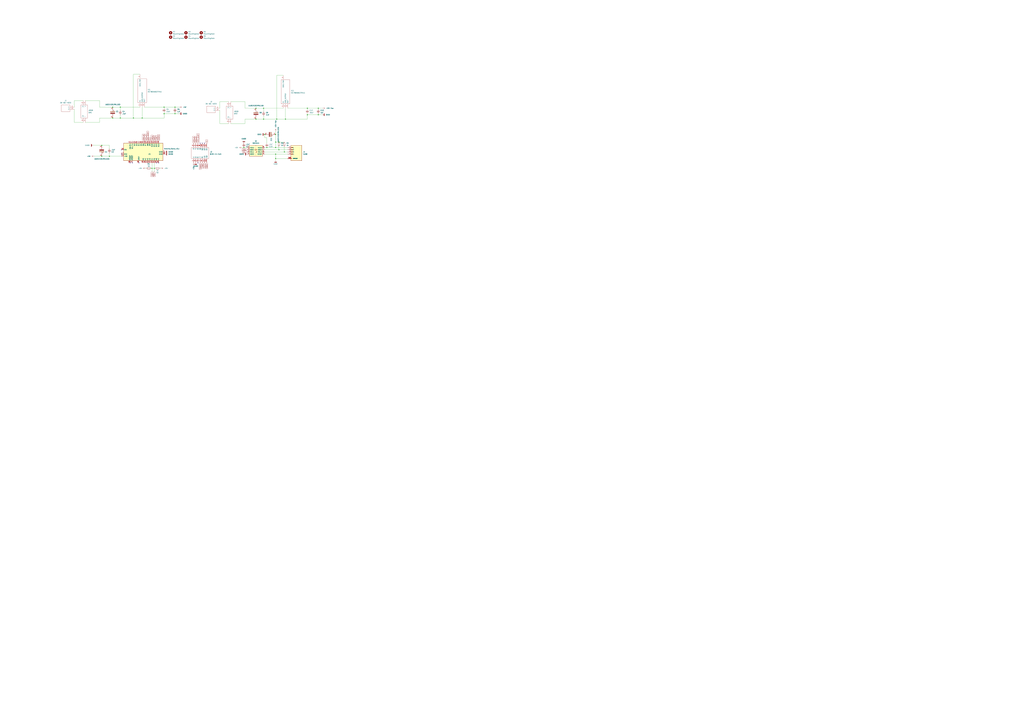
<source format=kicad_sch>
(kicad_sch (version 20231120) (generator "eeschema") (generator_version "8.0")
  (paper "A0")
  (lib_symbols
    (symbol "Device:C_Small" (pin_numbers hide) (pin_names (offset 0.254) hide)
      (property "Reference" "C" (at 0.254 1.778 0))
      (property "Value" "C_Small" (at 0.254 -2.032 0))
      (symbol "C_Small_0_1"
        (polyline (pts (xy -1.524 -0.508) (xy 1.524 -0.508)) (stroke (width 0.3302)))
        (polyline (pts (xy -1.524 0.508) (xy 1.524 0.508)) (stroke (width 0.3048)))
      )
      (symbol "C_Small_1_1"
        (pin passive line (at 0 2.54 270) (length 2.032) (name "~") (number "1"))
        (pin passive line (at 0 -2.54 90) (length 2.032) (name "~") (number "2"))
      )
    )
    (symbol "Device:R_Small" (pin_numbers hide) (pin_names (offset 0.254) hide)
      (property "Reference" "R" (at 0.762 0.508 0))
      (property "Value" "R_Small" (at 0.762 -1.016 0))
      (symbol "R_Small_0_1"
        (rectangle (start -0.762 1.778) (end 0.762 -1.778) (stroke (width 0.2032)))
      )
      (symbol "R_Small_1_1"
        (pin passive line (at 0 2.54 270) (length 0.762) (name "~") (number "1"))
        (pin passive line (at 0 -2.54 90) (length 0.762) (name "~") (number "2"))
      )
    )
    (symbol "Isolator:ISO1541"
      (property "Reference" "U" (at -6.35 6.35 0))
      (property "Value" "ISO1541" (at 3.81 6.35 0))
      (symbol "ISO1541_0_1"
        (rectangle (start -7.62 5.08) (end 7.62 -7.62) (stroke (width 0.254)) (fill (type background)))
        (rectangle (start 0 -5.08) (end 0 -6.35))
        (polyline (pts (xy 0 -2.54) (xy 0 -3.81)))
        (polyline (pts (xy 0 0) (xy 0 -1.27)))
        (polyline (pts (xy 0 2.54) (xy 0 1.27)))
        (polyline (pts (xy 0 5.08) (xy 0 3.81)))
        (polyline (pts (xy -0.635 0.635) (xy -1.27 0) (xy -0.635 -0.635) (xy -0.635 0.635)) (fill (type outline)))
        (polyline (pts (xy 0.635 -1.905) (xy 1.27 -2.54) (xy 0.635 -3.175) (xy 0.635 -1.905)) (fill (type outline)))
        (polyline (pts (xy 0.635 0.635) (xy 1.27 0) (xy 0.635 -0.635) (xy 0.635 0.635)) (fill (type outline)))
      )
      (symbol "ISO1541_1_1"
        (pin power_in line (at -10.16 2.54 0) (length 2.54) (name "VCC1") (number "1"))
        (pin bidirectional line (at -10.16 0 0) (length 2.54) (name "SDA1") (number "2"))
        (pin input line (at -10.16 -2.54 0) (length 2.54) (name "SCL1") (number "3"))
        (pin power_in line (at -10.16 -5.08 0) (length 2.54) (name "GND1") (number "4"))
        (pin power_in line (at 10.16 -5.08 180) (length 2.54) (name "GND2") (number "5"))
        (pin output line (at 10.16 -2.54 180) (length 2.54) (name "SCL2") (number "6"))
        (pin bidirectional line (at 10.16 0 180) (length 2.54) (name "SDA2") (number "7"))
        (pin power_in line (at 10.16 2.54 180) (length 2.54) (name "VCC2") (number "8"))
      )
    )
    (symbol "MCU_Module:Arduino_Nano_v3.x"
      (property "Reference" "A" (at -10.16 23.495 0))
      (property "Value" "Arduino_Nano_v3.x" (at 5.08 -24.13 0))
      (symbol "Arduino_Nano_v3.x_0_1"
        (rectangle (start -10.16 22.86) (end 10.16 -22.86) (stroke (width 0.254)) (fill (type background)))
      )
      (symbol "Arduino_Nano_v3.x_1_1"
        (pin bidirectional line (at -12.7 12.7 0) (length 2.54) (name "D1/TX") (number "1"))
        (pin bidirectional line (at -12.7 -2.54 0) (length 2.54) (name "D7") (number "10"))
        (pin bidirectional line (at -12.7 -5.08 0) (length 2.54) (name "D8") (number "11"))
        (pin bidirectional line (at -12.7 -7.62 0) (length 2.54) (name "D9") (number "12"))
        (pin bidirectional line (at -12.7 -10.16 0) (length 2.54) (name "D10") (number "13"))
        (pin bidirectional line (at -12.7 -12.7 0) (length 2.54) (name "D11") (number "14"))
        (pin bidirectional line (at -12.7 -15.24 0) (length 2.54) (name "D12") (number "15"))
        (pin bidirectional line (at -12.7 -17.78 0) (length 2.54) (name "D13") (number "16"))
        (pin power_out line (at 2.54 25.4 270) (length 2.54) (name "3V3") (number "17"))
        (pin input line (at 12.7 5.08 180) (length 2.54) (name "AREF") (number "18"))
        (pin bidirectional line (at 12.7 0 180) (length 2.54) (name "A0") (number "19"))
        (pin bidirectional line (at -12.7 15.24 0) (length 2.54) (name "D0/RX") (number "2"))
        (pin bidirectional line (at 12.7 -2.54 180) (length 2.54) (name "A1") (number "20"))
        (pin bidirectional line (at 12.7 -5.08 180) (length 2.54) (name "A2") (number "21"))
        (pin bidirectional line (at 12.7 -7.62 180) (length 2.54) (name "A3") (number "22"))
        (pin bidirectional line (at 12.7 -10.16 180) (length 2.54) (name "A4") (number "23"))
        (pin bidirectional line (at 12.7 -12.7 180) (length 2.54) (name "A5") (number "24"))
        (pin bidirectional line (at 12.7 -15.24 180) (length 2.54) (name "A6") (number "25"))
        (pin bidirectional line (at 12.7 -17.78 180) (length 2.54) (name "A7") (number "26"))
        (pin power_out line (at 5.08 25.4 270) (length 2.54) (name "+5V") (number "27"))
        (pin input line (at 12.7 15.24 180) (length 2.54) (name "~{RESET}") (number "28"))
        (pin power_in line (at 2.54 -25.4 90) (length 2.54) (name "GND") (number "29"))
        (pin input line (at 12.7 12.7 180) (length 2.54) (name "~{RESET}") (number "3"))
        (pin power_in line (at -2.54 25.4 270) (length 2.54) (name "VIN") (number "30"))
        (pin power_in line (at 0 -25.4 90) (length 2.54) (name "GND") (number "4"))
        (pin bidirectional line (at -12.7 10.16 0) (length 2.54) (name "D2") (number "5"))
        (pin bidirectional line (at -12.7 7.62 0) (length 2.54) (name "D3") (number "6"))
        (pin bidirectional line (at -12.7 5.08 0) (length 2.54) (name "D4") (number "7"))
        (pin bidirectional line (at -12.7 2.54 0) (length 2.54) (name "D5") (number "8"))
        (pin bidirectional line (at -12.7 0 0) (length 2.54) (name "D6") (number "9"))
      )
    )
    (symbol "Mechanical:MountingHole" (pin_names (offset 1.016)) (exclude_from_sim yes) (in_bom no)
      (property "Reference" "H" (at 0 5.08 0))
      (property "Value" "MountingHole" (at 0 3.175 0))
      (symbol "MountingHole_0_1"
        (circle (center 0 0) (radius 1.27) (stroke (width 1.27)))
      )
    )
    (symbol "Samacsys:26-60-4023" (pin_names (offset 0.762))
      (property "Reference" "J" (at 16.51 7.62 0))
      (property "Value" "26-60-4023" (at 16.51 5.08 0))
      (symbol "26-60-4023_0_0"
        (pin passive line (at 0 -2.54 0) (length 5.08) (name "1") (number "1"))
        (pin passive line (at 0 0 0) (length 5.08) (name "2") (number "2"))
      )
      (symbol "26-60-4023_0_1"
        (polyline (pts (xy 5.08 2.54) (xy 15.24 2.54) (xy 15.24 -5.08) (xy 5.08 -5.08) (xy 5.08 2.54)) (stroke (width 0.1524)))
      )
    )
    (symbol "Samacsys:ABS8" (pin_names (offset 0.762))
      (property "Reference" "BR" (at 21.59 7.62 0))
      (property "Value" "ABS8" (at 21.59 5.08 0))
      (symbol "ABS8_0_0"
        (pin passive line (at 25.4 0 180) (length 5.08) (name "+") (number "1"))
        (pin passive line (at 25.4 -2.54 180) (length 5.08) (name "~{_1}") (number "2"))
        (pin passive line (at 0 -2.54 0) (length 5.08) (name "~{_2}") (number "3"))
        (pin passive line (at 0 0 0) (length 5.08) (name "-") (number "4"))
      )
      (symbol "ABS8_0_1"
        (polyline (pts (xy 5.08 2.54) (xy 20.32 2.54) (xy 20.32 -5.08) (xy 5.08 -5.08) (xy 5.08 2.54)) (stroke (width 0.1524)))
      )
    )
    (symbol "Samacsys:BHR-14-VUA" (pin_names (offset 0.762))
      (property "Reference" "J" (at 19.05 7.62 0))
      (property "Value" "BHR-14-VUA" (at 19.05 5.08 0))
      (symbol "BHR-14-VUA_0_0"
        (pin passive line (at 0 0 0) (length 5.08) (name "1") (number "1"))
        (pin passive line (at 22.86 -10.16 180) (length 5.08) (name "10") (number "10"))
        (pin passive line (at 0 -12.7 0) (length 5.08) (name "11") (number "11"))
        (pin passive line (at 22.86 -12.7 180) (length 5.08) (name "12") (number "12"))
        (pin passive line (at 0 -15.24 0) (length 5.08) (name "13") (number "13"))
        (pin passive line (at 22.86 -15.24 180) (length 5.08) (name "14") (number "14"))
        (pin passive line (at 22.86 0 180) (length 5.08) (name "2") (number "2"))
        (pin passive line (at 0 -2.54 0) (length 5.08) (name "3") (number "3"))
        (pin passive line (at 22.86 -2.54 180) (length 5.08) (name "4") (number "4"))
        (pin passive line (at 0 -5.08 0) (length 5.08) (name "5") (number "5"))
        (pin passive line (at 22.86 -5.08 180) (length 5.08) (name "6") (number "6"))
        (pin passive line (at 0 -7.62 0) (length 5.08) (name "7") (number "7"))
        (pin passive line (at 22.86 -7.62 180) (length 5.08) (name "8") (number "8"))
        (pin passive line (at 0 -10.16 0) (length 5.08) (name "9") (number "9"))
      )
      (symbol "BHR-14-VUA_0_1"
        (polyline (pts (xy 5.08 2.54) (xy 17.78 2.54) (xy 17.78 -17.78) (xy 5.08 -17.78) (xy 5.08 2.54)) (stroke (width 0.1524)))
      )
    )
    (symbol "Samacsys:MC7805BD2TR4G" (pin_names (offset 0.762))
      (property "Reference" "IC" (at 34.29 7.62 0))
      (property "Value" "MC7805BD2TR4G" (at 34.29 5.08 0))
      (symbol "MC7805BD2TR4G_0_0"
        (pin input line (at 0 0 0) (length 5.08) (name "IN") (number "1"))
        (pin power_in line (at 0 -2.54 0) (length 5.08) (name "GND_NOPAD") (number "2"))
        (pin output line (at 0 -5.08 0) (length 5.08) (name "OUT") (number "3"))
        (pin power_in line (at 38.1 0 180) (length 5.08) (name "GND_TAB") (number "4"))
      )
      (symbol "MC7805BD2TR4G_0_1"
        (polyline (pts (xy 5.08 2.54) (xy 33.02 2.54) (xy 33.02 -7.62) (xy 5.08 -7.62) (xy 5.08 2.54)) (stroke (width 0.1524)))
      )
    )
    (symbol "Samacsys_kicad_sym:UUD1V101MNL1GS" (pin_names hide)
      (property "Reference" "C" (at 8.89 6.35 0))
      (property "Value" "UUD1V101MNL1GS" (at 8.89 3.81 0))
      (symbol "UUD1V101MNL1GS_1_1"
        (polyline (pts (xy 2.54 0) (xy 5.08 0)) (stroke (width 0.254)))
        (polyline (pts (xy 4.064 1.778) (xy 4.064 0.762)) (stroke (width 0.254)))
        (polyline (pts (xy 4.572 1.27) (xy 3.556 1.27)) (stroke (width 0.254)))
        (polyline (pts (xy 7.62 0) (xy 10.16 0)) (stroke (width 0.254)))
        (polyline (pts (xy 7.62 2.54) (xy 7.62 -2.54) (xy 6.858 -2.54) (xy 6.858 2.54) (xy 7.62 2.54)) (stroke (width 0.254)) (fill (type outline)))
        (rectangle (start 5.08 2.54) (end 5.842 -2.54) (stroke (width 0.254)) (fill (type background)))
        (pin passive line (at 0 0 0) (length 2.54) (name "+") (number "1"))
        (pin passive line (at 12.7 0 180) (length 2.54) (name "-") (number "2"))
      )
    )
    (symbol "Snapeda_kicad_sym:4328" (pin_names (offset 1.016))
      (property "Reference" "J" (at -6.35 11.43 0))
      (property "Value" "4328" (at -6.604 -10.414 0))
      (symbol "4328_0_0"
        (rectangle (start -6.35 -7.62) (end 6.35 10.16) (stroke (width 0.254)) (fill (type background)))
        (rectangle (start -5.715 -0.3175) (end -4.1275 0.3175) (stroke (width 0.1)) (fill (type outline)))
        (rectangle (start -5.715 2.2225) (end -4.1275 2.8575) (stroke (width 0.1)) (fill (type outline)))
        (rectangle (start -5.715 4.7625) (end -4.1275 5.3975) (stroke (width 0.1)) (fill (type outline)))
        (rectangle (start -5.715 7.3025) (end -4.1275 7.9375) (stroke (width 0.1)) (fill (type outline)))
        (pin passive line (at -10.16 7.62 0) (length 5.08) (name "1") (number "1"))
        (pin passive line (at -10.16 5.08 0) (length 5.08) (name "2") (number "2"))
        (pin passive line (at -10.16 2.54 0) (length 5.08) (name "3") (number "3"))
        (pin passive line (at -10.16 0 0) (length 5.08) (name "4") (number "4"))
        (pin passive line (at -10.16 -5.08 0) (length 5.08) (name "SHIELD") (number "SH1"))
        (pin passive line (at -10.16 -5.08 0) (length 5.08) (name "SHIELD") (number "SH2"))
      )
    )
    (symbol "power:+5V" (power) (pin_numbers hide) (pin_names (offset 0) hide)
      (property "Value" "+5V" (at 0 3.556 0))
      (symbol "+5V_0_1"
        (polyline (pts (xy -0.762 1.27) (xy 0 2.54)))
        (polyline (pts (xy 0 0) (xy 0 2.54)))
        (polyline (pts (xy 0 2.54) (xy 0.762 1.27)))
      )
      (symbol "+5V_1_1"
        (pin power_in line (at 0 0 90) (length 0) (name "~") (number "1"))
      )
    )
    (symbol "power:GNDD" (power) (pin_numbers hide) (pin_names (offset 0) hide)
      (property "Value" "GNDD" (at 0 -3.175 0))
      (symbol "GNDD_0_1"
        (rectangle (start -1.27 -1.524) (end 1.27 -2.032) (stroke (width 0.254)) (fill (type outline)))
        (polyline (pts (xy 0 0) (xy 0 -1.524)))
      )
      (symbol "GNDD_1_1"
        (pin power_in line (at 0 0 270) (length 0) (name "~") (number "1"))
      )
    )
  )
  (junction (at 179.07 195.58))
  (junction (at 190.5 124.46))
  (junction (at 320.04 184.15))
  (junction (at 203.2 132.08))
  (junction (at 309.88 171.45))
  (junction (at 139.7 137.16))
  (junction (at 165.1 137.16))
  (junction (at 118.11 168.91))
  (junction (at 118.11 181.61))
  (junction (at 323.85 165.1))
  (junction (at 283.21 171.45))
  (junction (at 176.53 195.58))
  (junction (at 320.04 165.1))
  (junction (at 356.87 133.35))
  (junction (at 369.57 133.35))
  (junction (at 130.81 137.16))
  (junction (at 190.5 132.08))
  (junction (at 306.07 125.73))
  (junction (at 331.47 138.43))
  (junction (at 320.04 171.45))
  (junction (at 297.18 125.73))
  (junction (at 127 181.61))
  (junction (at 139.7 124.46))
  (junction (at 307.34 156.21))
  (junction (at 130.81 124.46))
  (junction (at 297.18 138.43))
  (junction (at 369.57 125.73))
  (junction (at 320.04 179.07))
  (junction (at 330.2 176.53))
  (junction (at 154.94 137.16))
  (junction (at 306.07 138.43))
  (junction (at 203.2 124.46))
  (junction (at 320.04 156.21))
  (junction (at 356.87 125.73))
  (junction (at 321.31 138.43))
  (junction (at 323.85 173.99))
  (no_connect (at 184.15 189.23))
  (no_connect (at 161.29 189.23))
  (no_connect (at 181.61 189.23))
  (no_connect (at 229.87 189.23))
  (no_connect (at 153.67 189.23))
  (no_connect (at 140.97 173.99))
  (no_connect (at 234.95 166.37))
  (no_connect (at 140.97 179.07))
  (no_connect (at 151.13 189.23))
  (no_connect (at 232.41 166.37))
  (no_connect (at 237.49 166.37))
  (wire (pts (xy 186.69 195.58) (xy 185.42 195.58)))
  (wire (pts (xy 320.04 184.15) (xy 334.01 184.15)))
  (wire (pts (xy 208.28 124.46) (xy 203.2 124.46)))
  (wire (pts (xy 374.65 133.35) (xy 369.57 133.35)))
  (wire (pts (xy 330.2 176.53) (xy 334.01 176.53)))
  (wire (pts (xy 369.57 132.08) (xy 369.57 133.35)))
  (wire (pts (xy 190.5 130.81) (xy 190.5 132.08)))
  (wire (pts (xy 179.07 195.58) (xy 179.07 189.23)))
  (wire (pts (xy 284.48 118.11) (xy 284.48 125.73)))
  (wire (pts (xy 203.2 124.46) (xy 203.2 125.73)))
  (wire (pts (xy 306.07 125.73) (xy 306.07 129.54)))
  (wire (pts (xy 320.04 165.1) (xy 323.85 165.1)))
  (wire (pts (xy 165.1 137.16) (xy 190.5 137.16)))
  (wire (pts (xy 154.94 86.36) (xy 154.94 137.16)))
  (wire (pts (xy 99.06 116.84) (xy 115.57 116.84)))
  (wire (pts (xy 86.36 127) (xy 86.36 142.24)))
  (wire (pts (xy 309.88 166.37) (xy 309.88 160.02)))
  (wire (pts (xy 165.1 124.46) (xy 165.1 137.16)))
  (wire (pts (xy 306.07 125.73) (xy 328.93 125.73)))
  (wire (pts (xy 203.2 132.08) (xy 190.5 132.08)))
  (wire (pts (xy 175.26 195.58) (xy 176.53 195.58)))
  (wire (pts (xy 297.18 138.43) (xy 306.07 138.43)))
  (wire (pts (xy 255.27 125.73) (xy 255.27 118.11)))
  (wire (pts (xy 369.57 125.73) (xy 356.87 125.73)))
  (wire (pts (xy 203.2 130.81) (xy 203.2 132.08)))
  (wire (pts (xy 307.34 171.45) (xy 309.88 171.45)))
  (wire (pts (xy 331.47 138.43) (xy 356.87 138.43)))
  (wire (pts (xy 203.2 124.46) (xy 190.5 124.46)))
  (wire (pts (xy 115.57 142.24) (xy 115.57 137.16)))
  (wire (pts (xy 208.28 132.08) (xy 203.2 132.08)))
  (wire (pts (xy 255.27 128.27) (xy 255.27 143.51)))
  (wire (pts (xy 321.31 87.63) (xy 321.31 138.43)))
  (wire (pts (xy 323.85 165.1) (xy 330.2 165.1)))
  (wire (pts (xy 127 168.91) (xy 127 172.72)))
  (wire (pts (xy 107.95 168.91) (xy 118.11 168.91)))
  (wire (pts (xy 320.04 165.1) (xy 320.04 171.45)))
  (wire (pts (xy 334.01 125.73) (xy 356.87 125.73)))
  (wire (pts (xy 328.93 87.63) (xy 321.31 87.63)))
  (wire (pts (xy 86.36 142.24) (xy 96.52 142.24)))
  (wire (pts (xy 309.88 171.45) (xy 320.04 171.45)))
  (wire (pts (xy 321.31 138.43) (xy 331.47 138.43)))
  (wire (pts (xy 115.57 116.84) (xy 115.57 124.46)))
  (wire (pts (xy 176.53 195.58) (xy 176.53 189.23)))
  (wire (pts (xy 356.87 132.08) (xy 356.87 133.35)))
  (wire (pts (xy 255.27 143.51) (xy 265.43 143.51)))
  (wire (pts (xy 118.11 181.61) (xy 127 181.61)))
  (wire (pts (xy 320.04 152.4) (xy 320.04 156.21)))
  (wire (pts (xy 307.34 173.99) (xy 323.85 173.99)))
  (wire (pts (xy 284.48 138.43) (xy 297.18 138.43)))
  (wire (pts (xy 369.57 133.35) (xy 356.87 133.35)))
  (wire (pts (xy 323.85 170.18) (xy 323.85 173.99)))
  (wire (pts (xy 374.65 125.73) (xy 369.57 125.73)))
  (wire (pts (xy 139.7 133.35) (xy 139.7 137.16)))
  (wire (pts (xy 320.04 156.21) (xy 320.04 165.1)))
  (wire (pts (xy 99.06 142.24) (xy 115.57 142.24)))
  (wire (pts (xy 168.91 195.58) (xy 170.18 195.58)))
  (wire (pts (xy 267.97 118.11) (xy 284.48 118.11)))
  (wire (pts (xy 176.53 199.39) (xy 176.53 195.58)))
  (wire (pts (xy 167.64 124.46) (xy 190.5 124.46)))
  (wire (pts (xy 320.04 179.07) (xy 320.04 184.15)))
  (wire (pts (xy 320.04 179.07) (xy 334.01 179.07)))
  (wire (pts (xy 284.48 125.73) (xy 297.18 125.73)))
  (wire (pts (xy 320.04 171.45) (xy 334.01 171.45)))
  (wire (pts (xy 307.34 160.02) (xy 307.34 156.21)))
  (wire (pts (xy 309.88 160.02) (xy 307.34 160.02)))
  (wire (pts (xy 320.04 184.15) (xy 320.04 186.69)))
  (wire (pts (xy 267.97 143.51) (xy 284.48 143.51)))
  (wire (pts (xy 109.22 181.61) (xy 118.11 181.61)))
  (wire (pts (xy 154.94 137.16) (xy 165.1 137.16)))
  (wire (pts (xy 356.87 138.43) (xy 356.87 133.35)))
  (wire (pts (xy 356.87 127) (xy 356.87 125.73)))
  (wire (pts (xy 130.81 137.16) (xy 139.7 137.16)))
  (wire (pts (xy 162.56 86.36) (xy 154.94 86.36)))
  (wire (pts (xy 179.07 199.39) (xy 179.07 195.58)))
  (wire (pts (xy 323.85 173.99) (xy 334.01 173.99)))
  (wire (pts (xy 118.11 168.91) (xy 127 168.91)))
  (wire (pts (xy 86.36 124.46) (xy 86.36 116.84)))
  (wire (pts (xy 190.5 125.73) (xy 190.5 124.46)))
  (wire (pts (xy 306.07 134.62) (xy 306.07 138.43)))
  (wire (pts (xy 306.07 138.43) (xy 321.31 138.43)))
  (wire (pts (xy 284.48 143.51) (xy 284.48 138.43)))
  (wire (pts (xy 140.97 181.61) (xy 127 181.61)))
  (wire (pts (xy 139.7 124.46) (xy 162.56 124.46)))
  (wire (pts (xy 297.18 125.73) (xy 306.07 125.73)))
  (wire (pts (xy 130.81 124.46) (xy 139.7 124.46)))
  (wire (pts (xy 139.7 137.16) (xy 154.94 137.16)))
  (wire (pts (xy 179.07 195.58) (xy 180.34 195.58)))
  (wire (pts (xy 330.2 170.18) (xy 330.2 176.53)))
  (wire (pts (xy 283.21 171.45) (xy 287.02 171.45)))
  (wire (pts (xy 115.57 124.46) (xy 130.81 124.46)))
  (wire (pts (xy 127 177.8) (xy 127 181.61)))
  (wire (pts (xy 190.5 137.16) (xy 190.5 132.08)))
  (wire (pts (xy 307.34 179.07) (xy 320.04 179.07)))
  (wire (pts (xy 86.36 116.84) (xy 96.52 116.84)))
  (wire (pts (xy 115.57 137.16) (xy 130.81 137.16)))
  (wire (pts (xy 255.27 118.11) (xy 265.43 118.11)))
  (wire (pts (xy 139.7 124.46) (xy 139.7 128.27)))
  (wire (pts (xy 280.67 171.45) (xy 283.21 171.45)))
  (wire (pts (xy 331.47 125.73) (xy 331.47 138.43)))
  (wire (pts (xy 307.34 176.53) (xy 330.2 176.53)))
  (wire (pts (xy 369.57 125.73) (xy 369.57 127)))
  (global_label "blank" (shape input) (at 184.15 163.83 90) (property "Intersheetrefs" "${INTERSHEET_REFS}" (effects (hide yes))))
  (global_label "enc_push" (shape input) (at 229.87 166.37 90) (property "Intersheetrefs" "${INTERSHEET_REFS}" (effects (hide yes))))
  (global_label "enc_a" (shape input) (at 224.79 166.37 90) (property "Intersheetrefs" "${INTERSHEET_REFS}" (effects (hide yes))))
  (global_label "data" (shape input) (at 240.03 189.23 270) (property "Intersheetrefs" "${INTERSHEET_REFS}" (effects (hide yes))))
  (global_label "xlat" (shape input) (at 234.95 189.23 270) (property "Intersheetrefs" "${INTERSHEET_REFS}" (effects (hide yes))))
  (global_label "SDA" (shape input) (at 287.02 173.99 180) (property "Intersheetrefs" "${INTERSHEET_REFS}" (effects (hide yes))))
  (global_label "enc_b" (shape input) (at 168.91 163.83 90) (property "Intersheetrefs" "${INTERSHEET_REFS}" (effects (hide yes))))
  (global_label "data" (shape input) (at 176.53 163.83 90) (property "Intersheetrefs" "${INTERSHEET_REFS}" (effects (hide yes))))
  (global_label "sclk" (shape input) (at 179.07 163.83 90) (property "Intersheetrefs" "${INTERSHEET_REFS}" (effects (hide yes))))
  (global_label "xlat" (shape input) (at 181.61 163.83 90) (property "Intersheetrefs" "${INTERSHEET_REFS}" (effects (hide yes))))
  (global_label "enc_a" (shape input) (at 166.37 163.83 90) (property "Intersheetrefs" "${INTERSHEET_REFS}" (effects (hide yes))))
  (global_label "enc_b" (shape input) (at 227.33 166.37 90) (property "Intersheetrefs" "${INTERSHEET_REFS}" (effects (hide yes))))
  (global_label "ir" (shape input) (at 240.03 166.37 90) (property "Intersheetrefs" "${INTERSHEET_REFS}" (effects (hide yes))))
  (global_label "SDA" (shape input) (at 176.53 199.39 270) (property "Intersheetrefs" "${INTERSHEET_REFS}" (effects (hide yes))))
  (global_label "SCL" (shape input) (at 287.02 176.53 180) (property "Intersheetrefs" "${INTERSHEET_REFS}" (effects (hide yes))))
  (global_label "sclk" (shape input) (at 237.49 189.23 270) (property "Intersheetrefs" "${INTERSHEET_REFS}" (effects (hide yes))))
  (global_label "enc_push" (shape input) (at 171.45 163.83 90) (property "Intersheetrefs" "${INTERSHEET_REFS}" (effects (hide yes))))
  (global_label "blank" (shape input) (at 232.41 189.23 270) (property "Intersheetrefs" "${INTERSHEET_REFS}" (effects (hide yes))))
  (global_label "ir" (shape input) (at 173.99 163.83 90) (property "Intersheetrefs" "${INTERSHEET_REFS}" (effects (hide yes))))
  (global_label "SCL" (shape input) (at 179.07 199.39 270) (property "Intersheetrefs" "${INTERSHEET_REFS}" (effects (hide yes))))
  (symbol (lib_id "Mechanical:MountingHole") (at 198.12 43.18 0) (unit 1) (exclude_from_sim yes) (in_bom no)
    (property "Reference" "H2" (at 200.66 41.9099 0) (effects (justify left)))
    (property "Value" "MountingHole" (at 200.66 44.4499 0) (effects (justify left)))
    (property "Footprint" "MountingHole:MountingHole_3.2mm_M3_ISO7380" (effects (hide yes)))
    (property "Description" "Mounting Hole without connection" (effects (hide yes)))
  )
  (symbol (lib_id "Mechanical:MountingHole") (at 198.12 38.1 0) (unit 1) (exclude_from_sim yes) (in_bom no)
    (property "Reference" "H1" (at 200.66 36.8299 0) (effects (justify left)))
    (property "Value" "MountingHole" (at 200.66 39.3699 0) (effects (justify left)))
    (property "Footprint" "MountingHole:MountingHole_3.2mm_M3_ISO7380" (effects (hide yes)))
    (property "Description" "Mounting Hole without connection" (effects (hide yes)))
  )
  (symbol (lib_id "Device:C_Small") (at 369.57 129.54 0) (unit 1)
    (property "Reference" "C13" (at 372.11 128.2762 0) (effects (justify left)))
    (property "Value" "1uf" (at 372.11 130.8162 0) (effects (justify left)))
    (property "Footprint" "Capacitor_SMD:C_1206_3216Metric" (effects (hide yes)))
    (property "Description" "Unpolarized capacitor, small symbol" (effects (hide yes)))
  )
  (symbol (lib_id "power:+5V") (at 186.69 195.58 270) (unit 1)
    (property "Reference" "#PWR04" (effects (hide yes)))
    (property "Value" "+5V" (at 190.754 195.58 90) (effects (justify left)))
    (property "Description" "Power symbol creates a global label with name \"+5V\"" (effects (hide yes)))
  )
  (symbol (lib_id "power:+5V") (at 168.91 195.58 90) (unit 1)
    (property "Reference" "#PWR03" (effects (hide yes)))
    (property "Value" "+5V" (at 164.846 195.58 90) (effects (justify left)))
    (property "Description" "Power symbol creates a global label with name \"+5V\"" (effects (hide yes)))
  )
  (symbol (lib_id "power:+5V") (at 208.28 124.46 270) (unit 1)
    (property "Reference" "#PWR07" (effects (hide yes)))
    (property "Value" "+5V" (at 212.344 124.46 90) (effects (justify left)))
    (property "Description" "Power symbol creates a global label with name \"+5V\"" (effects (hide yes)))
  )
  (symbol (lib_id "Snapeda_kicad_sym:4328") (at 344.17 179.07 0) (unit 1)
    (property "Reference" "J4" (at 351.79 176.5299 0) (effects (justify left)))
    (property "Value" "4328" (at 351.79 179.0699 0) (effects (justify left)))
    (property "Footprint" "Snapeda_8:ADAFRUIT_4328" (effects (hide yes)))
    (property "MF" "Adafruit" (effects (hide yes)))
    (property "MAXIMUM_PACKAGE_HEIGHT" "4.25mm" (effects (hide yes)))
    (property "Package" "None" (effects (hide yes)))
    (property "Price" "None" (effects (hide yes)))
    (property "Check_prices" "https://www.snapeda.com/parts/4328/Adafruit+Industries/view-part/?ref=eda" (effects (hide yes)))
    (property "STANDARD" "Manufacturer Recommendations" (effects (hide yes)))
    (property "PARTREV" "23/3/21" (effects (hide yes)))
    (property "SnapEDA_Link" "https://www.snapeda.com/parts/4328/Adafruit+Industries/view-part/?ref=snap" (effects (hide yes)))
    (property "MP" "4328" (effects (hide yes)))
    (property "Purchase-URL" "https://www.snapeda.com/api/url_track_click_mouser/?unipart_id=12414535&manufacturer=Adafruit&part_name=4328&search_term=None" (effects (hide yes)))
    (property "Description_1" "\nAdafruit Accessories JST SH 4-pin Vertical Connector (10-pack) - Qwiic Compatible\n" (effects (hide yes)))
    (property "Availability" "In Stock" (effects (hide yes)))
    (property "MANUFACTURER" "Adafruit" (effects (hide yes)))
  )
  (symbol (lib_id "Device:R_Small") (at 323.85 167.64 180) (unit 1)
    (property "Reference" "R3" (at 326.39 166.3699 0) (effects (justify right)))
    (property "Value" "1k" (at 326.39 168.9099 0) (effects (justify right)))
    (property "Footprint" "Resistor_SMD:R_1206_3216Metric" (effects (hide yes)))
    (property "Description" "Resistor, small symbol" (effects (hide yes)))
  )
  (symbol (lib_id "Device:R_Small") (at 172.72 195.58 90) (unit 1)
    (property "Reference" "R1" (at 172.72 190.5 90))
    (property "Value" "1k" (at 172.72 193.04 90))
    (property "Footprint" "Resistor_SMD:R_1206_3216Metric" (effects (hide yes)))
    (property "Description" "Resistor, small symbol" (effects (hide yes)))
  )
  (symbol (lib_id "power:GNDD") (at 320.04 186.69 0) (unit 1)
    (property "Reference" "#PWR016" (effects (hide yes)))
    (property "Value" "GNDI" (at 320.04 190.5 0))
    (property "Description" "Power symbol creates a global label with name \"GNDD\" , digital ground" (effects (hide yes)))
  )
  (symbol (lib_id "Samacsys:BHR-14-VUA") (at 224.79 189.23 90) (unit 1)
    (property "Reference" "J2" (at 243.84 176.5299 90) (effects (justify right)))
    (property "Value" "BHR-14-VUA" (at 243.84 179.0699 90) (effects (justify right)))
    (property "Footprint" "Samacsys:SHDR14W64P254_2X7_2538X880X948P" (effects (hide yes)))
    (property "Datasheet" "https://app.adam-tech.com/products/download/data_sheet/203218/bhr-xx-vua-data-sheet.pdf" (effects (hide yes)))
    (property "Description" "Conn Shrouded Header (4 Sides) HDR 14 POS 2.54mm Solder ST Top Entry Thru-Hole Tray" (effects (hide yes)))
    (property "Description_1" "Conn Shrouded Header (4 Sides) HDR 14 POS 2.54mm Solder ST Top Entry Thru-Hole Tray" (effects (hide yes)))
    (property "Height" "9.481" (effects (hide yes)))
    (property "Mouser Part Number" "737-BHR-14-VUA" (effects (hide yes)))
    (property "Mouser Price/Stock" "https://www.mouser.co.uk/ProductDetail/Adam-Tech/BHR-14-VUA?qs=Zix4r1UhwbW8CWl3rs8Caw%3D%3D" (effects (hide yes)))
    (property "Manufacturer_Name" "Adam Tech" (effects (hide yes)))
    (property "Manufacturer_Part_Number" "BHR-14-VUA" (effects (hide yes)))
  )
  (symbol (lib_id "Device:C_Small") (at 203.2 128.27 0) (unit 1)
    (property "Reference" "C6" (at 205.74 127.0062 0) (effects (justify left)))
    (property "Value" "1uf" (at 205.74 129.5462 0) (effects (justify left)))
    (property "Footprint" "Capacitor_SMD:C_1206_3216Metric" (effects (hide yes)))
    (property "Description" "Unpolarized capacitor, small symbol" (effects (hide yes)))
  )
  (symbol (lib_id "power:GNDD") (at 107.95 168.91 270) (mirror x) (unit 1)
    (property "Reference" "#PWR01" (effects (hide yes)))
    (property "Value" "GNDD" (at 104.14 168.9101 90) (effects (justify right)))
    (property "Description" "Power symbol creates a global label with name \"GNDD\" , digital ground" (effects (hide yes)))
  )
  (symbol (lib_id "power:GNDD") (at 307.34 156.21 270) (unit 1)
    (property "Reference" "#PWR014" (effects (hide yes)))
    (property "Value" "GNDI" (at 303.53 156.2099 90) (effects (justify right)))
    (property "Description" "Power symbol creates a global label with name \"GNDD\" , digital ground" (effects (hide yes)))
  )
  (symbol (lib_id "Samacsys:26-60-4023") (at 86.36 127 180) (unit 1)
    (property "Reference" "J1" (at 76.2 116.84 0))
    (property "Value" "26-60-4023" (at 76.2 119.38 0))
    (property "Footprint" "Samacsys:26604023" (effects (hide yes)))
    (property "Datasheet" "https://componentsearchengine.com/Datasheets/1/26-60-4023.pdf" (effects (hide yes)))
    (property "Description" "Headers & Wire Housings KK 156 Hdr Assy FrLk Assy FrLk 02 Ckt Tin" (effects (hide yes)))
    (property "Description_1" "Headers & Wire Housings KK 156 Hdr Assy FrLk Assy FrLk 02 Ckt Tin" (effects (hide yes)))
    (property "Height" "15.36" (effects (hide yes)))
    (property "Mouser Part Number" "538-26-60-4023" (effects (hide yes)))
    (property "Mouser Price/Stock" "https://www.mouser.com/Search/Refine.aspx?Keyword=538-26-60-4023" (effects (hide yes)))
    (property "Manufacturer_Name" "Molex" (effects (hide yes)))
    (property "Manufacturer_Part_Number" "26-60-4023" (effects (hide yes)))
  )
  (symbol (lib_id "Samacsys_kicad_sym:UUD1V101MNL1GS") (at 320.04 156.21 180) (unit 1)
    (property "Reference" "C11" (at 314.9601 160.02 90) (effects (justify left)))
    (property "Value" "UUD1V101MNL1GS" (at 323.088 147.574 90) (effects (justify left)))
    (property "Footprint" "Samacsys:CAPAE830X1050N" (effects (hide yes)))
    (property "Datasheet" "https://componentsearchengine.com/Datasheets/2/UUD1V101MNL1GS.pdf" (effects (hide yes)))
    (property "Description" "Aluminum Electrolytic Capacitors - SMD 35volts 100uF AEC-Q200" (effects (hide yes)))
    (property "Height" "10.5" (effects (hide yes)))
    (property "Mouser Part Number" "647-UUD1V101MNL" (effects (hide yes)))
    (property "Mouser Price/Stock" "https://www.mouser.co.uk/ProductDetail/Nichicon/UUD1V101MNL1GS?qs=%252B6g0mu59x7KZQkJ836ja4w%3D%3D" (effects (hide yes)))
    (property "Manufacturer_Name" "Nichicon" (effects (hide yes)))
    (property "Manufacturer_Part_Number" "UUD1V101MNL1GS" (effects (hide yes)))
  )
  (symbol (lib_id "Device:C_Small") (at 306.07 132.08 0) (unit 1)
    (property "Reference" "C9" (at 308.61 130.8162 0) (effects (justify left)))
    (property "Value" ".1uf" (at 308.61 133.3562 0) (effects (justify left)))
    (property "Footprint" "Capacitor_SMD:C_1206_3216Metric" (effects (hide yes)))
    (property "Description" "Unpolarized capacitor, small symbol" (effects (hide yes)))
  )
  (symbol (lib_id "Device:C_Small") (at 190.5 128.27 0) (unit 1)
    (property "Reference" "C5" (at 193.04 127.0062 0) (effects (justify left)))
    (property "Value" "10uf" (at 193.04 129.5462 0) (effects (justify left)))
    (property "Footprint" "Capacitor_SMD:C_1206_3216Metric" (effects (hide yes)))
    (property "Description" "Unpolarized capacitor, small symbol" (effects (hide yes)))
  )
  (symbol (lib_id "power:GNDD") (at 374.65 133.35 90) (unit 1)
    (property "Reference" "#PWR018" (effects (hide yes)))
    (property "Value" "GNDI" (at 378.46 133.3499 90) (effects (justify right)))
    (property "Description" "Power symbol creates a global label with name \"GNDD\" , digital ground" (effects (hide yes)))
  )
  (symbol (lib_id "power:GNDD") (at 191.77 179.07 90) (mirror x) (unit 1)
    (property "Reference" "#PWR06" (effects (hide yes)))
    (property "Value" "GNDD" (at 195.58 179.0699 90) (effects (justify right)))
    (property "Description" "Power symbol creates a global label with name \"GNDD\" , digital ground" (effects (hide yes)))
  )
  (symbol (lib_id "Samacsys_kicad_sym:UUD1V101MNL1GS") (at 130.81 124.46 270) (unit 1)
    (property "Reference" "C3" (at 134.62 129.5399 90) (effects (justify left)))
    (property "Value" "UUD1V101MNL1GS" (at 122.174 121.412 90) (effects (justify left)))
    (property "Footprint" "Samacsys:CAPAE830X1050N" (effects (hide yes)))
    (property "Datasheet" "https://componentsearchengine.com/Datasheets/2/UUD1V101MNL1GS.pdf" (effects (hide yes)))
    (property "Description" "Aluminum Electrolytic Capacitors - SMD 35volts 100uF AEC-Q200" (effects (hide yes)))
    (property "Height" "10.5" (effects (hide yes)))
    (property "Mouser Part Number" "647-UUD1V101MNL" (effects (hide yes)))
    (property "Mouser Price/Stock" "https://www.mouser.co.uk/ProductDetail/Nichicon/UUD1V101MNL1GS?qs=%252B6g0mu59x7KZQkJ836ja4w%3D%3D" (effects (hide yes)))
    (property "Manufacturer_Name" "Nichicon" (effects (hide yes)))
    (property "Manufacturer_Part_Number" "UUD1V101MNL1GS" (effects (hide yes)))
  )
  (symbol (lib_id "Isolator:ISO1541") (at 297.18 173.99 0) (unit 1)
    (property "Reference" "U1" (at 297.18 163.83 0))
    (property "Value" "ISO1541" (at 297.18 166.37 0))
    (property "Footprint" "Package_SO:SOIC-8_3.9x4.9mm_P1.27mm" (effects (hide yes)))
    (property "Datasheet" "http://www.ti.com/lit/ds/symlink/iso1541.pdf" (effects (hide yes)))
    (property "Description" "I2C Isolator, 2.5 kVrms, Unidirectional Clock, Bidirectional data, SOIC-8" (effects (hide yes)))
  )
  (symbol (lib_id "Device:C_Small") (at 309.88 168.91 0) (mirror x) (unit 1)
    (property "Reference" "C10" (at 312.42 170.1738 0) (effects (justify left)))
    (property "Value" ".1uf" (at 312.42 167.6338 0) (effects (justify left)))
    (property "Footprint" "Capacitor_SMD:C_1206_3216Metric" (effects (hide yes)))
    (property "Description" "Unpolarized capacitor, small symbol" (effects (hide yes)))
  )
  (symbol (lib_id "Device:C_Small") (at 127 175.26 0) (mirror x) (unit 1)
    (property "Reference" "C2" (at 129.54 176.5238 0) (effects (justify left)))
    (property "Value" ".1uf" (at 129.54 173.9838 0) (effects (justify left)))
    (property "Footprint" "Capacitor_SMD:C_1206_3216Metric" (effects (hide yes)))
    (property "Description" "Unpolarized capacitor, small symbol" (effects (hide yes)))
  )
  (symbol (lib_id "power:+5V") (at 224.79 189.23 180) (unit 1)
    (property "Reference" "#PWR09" (effects (hide yes)))
    (property "Value" "+5V" (at 224.79 193.294 90) (effects (justify left)))
    (property "Description" "Power symbol creates a global label with name \"+5V\"" (effects (hide yes)))
  )
  (symbol (lib_id "Samacsys_kicad_sym:UUD1V101MNL1GS") (at 118.11 181.61 270) (mirror x) (unit 1)
    (property "Reference" "C1" (at 121.92 176.5301 90) (effects (justify left)))
    (property "Value" "UUD1V101MNL1GS" (at 109.474 184.658 90) (effects (justify left)))
    (property "Footprint" "Samacsys:CAPAE830X1050N" (effects (hide yes)))
    (property "Datasheet" "https://componentsearchengine.com/Datasheets/2/UUD1V101MNL1GS.pdf" (effects (hide yes)))
    (property "Description" "Aluminum Electrolytic Capacitors - SMD 35volts 100uF AEC-Q200" (effects (hide yes)))
    (property "Height" "10.5" (effects (hide yes)))
    (property "Mouser Part Number" "647-UUD1V101MNL" (effects (hide yes)))
    (property "Mouser Price/Stock" "https://www.mouser.co.uk/ProductDetail/Nichicon/UUD1V101MNL1GS?qs=%252B6g0mu59x7KZQkJ836ja4w%3D%3D" (effects (hide yes)))
    (property "Manufacturer_Name" "Nichicon" (effects (hide yes)))
    (property "Manufacturer_Part_Number" "UUD1V101MNL1GS" (effects (hide yes)))
  )
  (symbol (lib_id "Samacsys_kicad_sym:UUD1V101MNL1GS") (at 297.18 125.73 270) (unit 1)
    (property "Reference" "C8" (at 300.99 130.8099 90) (effects (justify left)))
    (property "Value" "UUD1V101MNL1GS" (at 288.544 122.682 90) (effects (justify left)))
    (property "Footprint" "Samacsys:CAPAE830X1050N" (effects (hide yes)))
    (property "Datasheet" "https://componentsearchengine.com/Datasheets/2/UUD1V101MNL1GS.pdf" (effects (hide yes)))
    (property "Description" "Aluminum Electrolytic Capacitors - SMD 35volts 100uF AEC-Q200" (effects (hide yes)))
    (property "Height" "10.5" (effects (hide yes)))
    (property "Mouser Part Number" "647-UUD1V101MNL" (effects (hide yes)))
    (property "Mouser Price/Stock" "https://www.mouser.co.uk/ProductDetail/Nichicon/UUD1V101MNL1GS?qs=%252B6g0mu59x7KZQkJ836ja4w%3D%3D" (effects (hide yes)))
    (property "Manufacturer_Name" "Nichicon" (effects (hide yes)))
    (property "Manufacturer_Part_Number" "UUD1V101MNL1GS" (effects (hide yes)))
  )
  (symbol (lib_id "Samacsys:MC7805BD2TR4G") (at 162.56 124.46 90) (unit 1)
    (property "Reference" "IC1" (at 171.45 104.1399 90) (effects (justify right)))
    (property "Value" "MC7805BD2TR4G" (at 171.45 106.6799 90) (effects (justify right)))
    (property "Footprint" "Samacsys:TO254P1420X457-4N" (effects (hide yes)))
    (property "Datasheet" "http://www.onsemi.com/pub/Collateral/MC7800-D.PDF" (effects (hide yes)))
    (property "Height" "4.572" (effects (hide yes)))
    (property "Mouser Part Number" "863-MC7805BD2TR4G" (effects (hide yes)))
    (property "Mouser Price/Stock" "https://www.mouser.co.uk/ProductDetail/onsemi/MC7805BD2TR4G?qs=%252B9%2Fcbd0IE0RwT3j4OvUOgQ%3D%3D" (effects (hide yes)))
    (property "Manufacturer_Name" "onsemi" (effects (hide yes)))
    (property "Manufacturer_Part_Number" "MC7805BD2TR4G" (effects (hide yes)))
  )
  (symbol (lib_id "power:+5V") (at 320.04 152.4 0) (unit 1)
    (property "Reference" "#PWR015" (effects (hide yes)))
    (property "Value" "+5V-iso" (at 320.04 148.336 90) (effects (justify left)))
    (property "Description" "Power symbol creates a global label with name \"+5V\"" (effects (hide yes)))
  )
  (symbol (lib_id "Mechanical:MountingHole") (at 215.9 43.18 0) (unit 1) (exclude_from_sim yes) (in_bom no)
    (property "Reference" "H4" (at 218.44 41.9099 0) (effects (justify left)))
    (property "Value" "MountingHole" (at 218.44 44.4499 0) (effects (justify left)))
    (property "Footprint" "MountingHole:MountingHole_3.2mm_M3_ISO7380" (effects (hide yes)))
    (property "Description" "Mounting Hole without connection" (effects (hide yes)))
  )
  (symbol (lib_id "Samacsys:ABS8") (at 99.06 142.24 270) (mirror x) (unit 1)
    (property "Reference" "BR1" (at 102.87 130.8101 90) (effects (justify left)))
    (property "Value" "ABS8" (at 102.87 128.2701 90) (effects (justify left)))
    (property "Footprint" "Samacsys:ABS8" (effects (hide yes)))
    (property "Datasheet" "https://datasheetspdf.com/pdf-file/1391019/SMCDiode/ABS8/1" (effects (hide yes)))
    (property "Description" "Diode Rectifier Bridge Single 800V 1A 4-Pin Case ABS T/R" (effects (hide yes)))
    (property "Description_1" "Diode Rectifier Bridge Single 800V 1A 4-Pin Case ABS T/R" (effects (hide yes)))
    (property "Height" "1.7" (effects (hide yes)))
    (property "Mouser Part Number" "637-ABS8" (effects (hide yes)))
    (property "Mouser Price/Stock" "https://www.mouser.co.uk/ProductDetail/Diotec-Semiconductor/ABS8?qs=OlC7AqGiEDl1rAye1%2FSZiw%3D%3D" (effects (hide yes)))
    (property "Manufacturer_Name" "Diotec" (effects (hide yes)))
    (property "Manufacturer_Part_Number" "ABS8" (effects (hide yes)))
  )
  (symbol (lib_id "Device:C_Small") (at 283.21 168.91 0) (mirror x) (unit 1)
    (property "Reference" "C7" (at 285.75 170.1738 0) (effects (justify left)))
    (property "Value" ".1uf" (at 285.75 167.6338 0) (effects (justify left)))
    (property "Footprint" "Capacitor_SMD:C_1206_3216Metric" (effects (hide yes)))
    (property "Description" "Unpolarized capacitor, small symbol" (effects (hide yes)))
  )
  (symbol (lib_id "Mechanical:MountingHole") (at 233.68 38.1 0) (unit 1) (exclude_from_sim yes) (in_bom no)
    (property "Reference" "H5" (at 236.22 36.8299 0) (effects (justify left)))
    (property "Value" "MountingHole" (at 236.22 39.3699 0) (effects (justify left)))
    (property "Footprint" "MountingHole:MountingHole_3.2mm_M3_ISO7380" (effects (hide yes)))
    (property "Description" "Mounting Hole without connection" (effects (hide yes)))
  )
  (symbol (lib_id "Device:R_Small") (at 330.2 167.64 180) (unit 1)
    (property "Reference" "R4" (at 332.74 166.3699 0) (effects (justify right)))
    (property "Value" "1k" (at 332.74 168.9099 0) (effects (justify right)))
    (property "Footprint" "Resistor_SMD:R_1206_3216Metric" (effects (hide yes)))
    (property "Description" "Resistor, small symbol" (effects (hide yes)))
  )
  (symbol (lib_id "power:GNDD") (at 208.28 132.08 90) (unit 1)
    (property "Reference" "#PWR08" (effects (hide yes)))
    (property "Value" "GNDD" (at 212.09 132.0799 90) (effects (justify right)))
    (property "Description" "Power symbol creates a global label with name \"GNDD\" , digital ground" (effects (hide yes)))
  )
  (symbol (lib_id "Mechanical:MountingHole") (at 215.9 38.1 0) (unit 1) (exclude_from_sim yes) (in_bom no)
    (property "Reference" "H3" (at 218.44 36.8299 0) (effects (justify left)))
    (property "Value" "MountingHole" (at 218.44 39.3699 0) (effects (justify left)))
    (property "Footprint" "MountingHole:MountingHole_3.2mm_M3_ISO7380" (effects (hide yes)))
    (property "Description" "Mounting Hole without connection" (effects (hide yes)))
  )
  (symbol (lib_id "Device:R_Small") (at 182.88 195.58 270) (unit 1)
    (property "Reference" "R2" (at 182.88 200.66 90))
    (property "Value" "1k" (at 182.88 198.12 90))
    (property "Footprint" "Resistor_SMD:R_1206_3216Metric" (effects (hide yes)))
    (property "Description" "Resistor, small symbol" (effects (hide yes)))
  )
  (symbol (lib_id "Samacsys:26-60-4023") (at 255.27 128.27 180) (unit 1)
    (property "Reference" "J3" (at 245.11 118.11 0))
    (property "Value" "26-60-4023" (at 245.11 120.65 0))
    (property "Footprint" "Samacsys:26604023" (effects (hide yes)))
    (property "Datasheet" "https://componentsearchengine.com/Datasheets/1/26-60-4023.pdf" (effects (hide yes)))
    (property "Description" "Headers & Wire Housings KK 156 Hdr Assy FrLk Assy FrLk 02 Ckt Tin" (effects (hide yes)))
    (property "Description_1" "Headers & Wire Housings KK 156 Hdr Assy FrLk Assy FrLk 02 Ckt Tin" (effects (hide yes)))
    (property "Height" "15.36" (effects (hide yes)))
    (property "Mouser Part Number" "538-26-60-4023" (effects (hide yes)))
    (property "Mouser Price/Stock" "https://www.mouser.com/Search/Refine.aspx?Keyword=538-26-60-4023" (effects (hide yes)))
    (property "Manufacturer_Name" "Molex" (effects (hide yes)))
    (property "Manufacturer_Part_Number" "26-60-4023" (effects (hide yes)))
  )
  (symbol (lib_id "MCU_Module:Arduino_Nano_v3.x") (at 166.37 176.53 90) (mirror x) (unit 1)
    (property "Reference" "A1" (at 173.736 179.07 90))
    (property "Value" "Arduino_Nano_v3.x" (at 199.39 172.7514 90))
    (property "Footprint" "Module:Arduino_Nano" (effects (hide yes)))
    (property "Datasheet" "http://www.mouser.com/pdfdocs/Gravitech_Arduino_Nano3_0.pdf" (effects (hide yes)))
    (property "Description" "Arduino Nano v3.x" (effects (hide yes)))
  )
  (symbol (lib_id "power:+5V") (at 109.22 181.61 90) (mirror x) (unit 1)
    (property "Reference" "#PWR02" (effects (hide yes)))
    (property "Value" "+5V" (at 105.156 181.61 90) (effects (justify left)))
    (property "Description" "Power symbol creates a global label with name \"+5V\"" (effects (hide yes)))
  )
  (symbol (lib_id "Device:C_Small") (at 139.7 130.81 0) (unit 1)
    (property "Reference" "C4" (at 142.24 129.5462 0) (effects (justify left)))
    (property "Value" ".1uf" (at 142.24 132.0862 0) (effects (justify left)))
    (property "Footprint" "Capacitor_SMD:C_1206_3216Metric" (effects (hide yes)))
    (property "Description" "Unpolarized capacitor, small symbol" (effects (hide yes)))
  )
  (symbol (lib_id "power:GNDD") (at 287.02 179.07 270) (unit 1)
    (property "Reference" "#PWR013" (effects (hide yes)))
    (property "Value" "GNDD" (at 283.21 179.0699 90) (effects (justify right)))
    (property "Description" "Power symbol creates a global label with name \"GNDD\" , digital ground" (effects (hide yes)))
  )
  (symbol (lib_id "Device:C_Small") (at 356.87 129.54 0) (unit 1)
    (property "Reference" "C12" (at 359.41 128.2762 0) (effects (justify left)))
    (property "Value" "10uf" (at 359.41 130.8162 0) (effects (justify left)))
    (property "Footprint" "Capacitor_SMD:C_1206_3216Metric" (effects (hide yes)))
    (property "Description" "Unpolarized capacitor, small symbol" (effects (hide yes)))
  )
  (symbol (lib_id "Samacsys:ABS8") (at 267.97 143.51 270) (mirror x) (unit 1)
    (property "Reference" "BR2" (at 271.78 132.0801 90) (effects (justify left)))
    (property "Value" "ABS8" (at 271.78 129.5401 90) (effects (justify left)))
    (property "Footprint" "Samacsys:ABS8" (effects (hide yes)))
    (property "Datasheet" "https://datasheetspdf.com/pdf-file/1391019/SMCDiode/ABS8/1" (effects (hide yes)))
    (property "Description" "Diode Rectifier Bridge Single 800V 1A 4-Pin Case ABS T/R" (effects (hide yes)))
    (property "Description_1" "Diode Rectifier Bridge Single 800V 1A 4-Pin Case ABS T/R" (effects (hide yes)))
    (property "Height" "1.7" (effects (hide yes)))
    (property "Mouser Part Number" "637-ABS8" (effects (hide yes)))
    (property "Mouser Price/Stock" "https://www.mouser.co.uk/ProductDetail/Diotec-Semiconductor/ABS8?qs=OlC7AqGiEDl1rAye1%2FSZiw%3D%3D" (effects (hide yes)))
    (property "Manufacturer_Name" "Diotec" (effects (hide yes)))
    (property "Manufacturer_Part_Number" "ABS8" (effects (hide yes)))
  )
  (symbol (lib_id "power:GNDD") (at 191.77 176.53 90) (mirror x) (unit 1)
    (property "Reference" "#PWR05" (effects (hide yes)))
    (property "Value" "GNDD" (at 195.58 176.5299 90) (effects (justify right)))
    (property "Description" "Power symbol creates a global label with name \"GNDD\" , digital ground" (effects (hide yes)))
  )
  (symbol (lib_id "Samacsys:MC7805BD2TR4G") (at 328.93 125.73 90) (unit 1)
    (property "Reference" "IC2" (at 337.82 105.4099 90) (effects (justify right)))
    (property "Value" "MC7805BD2TR4G" (at 337.82 107.9499 90) (effects (justify right)))
    (property "Footprint" "Samacsys:TO254P1420X457-4N" (effects (hide yes)))
    (property "Datasheet" "http://www.onsemi.com/pub/Collateral/MC7800-D.PDF" (effects (hide yes)))
    (property "Height" "4.572" (effects (hide yes)))
    (property "Mouser Part Number" "863-MC7805BD2TR4G" (effects (hide yes)))
    (property "Mouser Price/Stock" "https://www.mouser.co.uk/ProductDetail/onsemi/MC7805BD2TR4G?qs=%252B9%2Fcbd0IE0RwT3j4OvUOgQ%3D%3D" (effects (hide yes)))
    (property "Manufacturer_Name" "onsemi" (effects (hide yes)))
    (property "Manufacturer_Part_Number" "MC7805BD2TR4G" (effects (hide yes)))
  )
  (symbol (lib_id "Mechanical:MountingHole") (at 233.68 43.18 0) (unit 1) (exclude_from_sim yes) (in_bom no)
    (property "Reference" "H6" (at 236.22 41.9099 0) (effects (justify left)))
    (property "Value" "MountingHole" (at 236.22 44.4499 0) (effects (justify left)))
    (property "Footprint" "MountingHole:MountingHole_3.2mm_M3_ISO7380" (effects (hide yes)))
    (property "Description" "Mounting Hole without connection" (effects (hide yes)))
  )
  (symbol (lib_id "power:+5V") (at 374.65 125.73 270) (unit 1)
    (property "Reference" "#PWR017" (effects (hide yes)))
    (property "Value" "+5V-iso" (at 378.714 125.73 90) (effects (justify left)))
    (property "Description" "Power symbol creates a global label with name \"+5V\"" (effects (hide yes)))
  )
  (symbol (lib_id "power:+5V") (at 280.67 171.45 90) (unit 1)
    (property "Reference" "#PWR011" (effects (hide yes)))
    (property "Value" "+5V" (at 276.606 171.45 90) (effects (justify left)))
    (property "Description" "Power symbol creates a global label with name \"+5V\"" (effects (hide yes)))
  )
  (symbol (lib_id "power:GNDD") (at 227.33 189.23 0) (mirror y) (unit 1)
    (property "Reference" "#PWR010" (effects (hide yes)))
    (property "Value" "GNDD" (at 227.33 193.04 0))
    (property "Description" "Power symbol creates a global label with name \"GNDD\" , digital ground" (effects (hide yes)))
  )
  (symbol (lib_id "power:GNDD") (at 283.21 166.37 180) (unit 1)
    (property "Reference" "#PWR012" (effects (hide yes)))
    (property "Value" "GNDD" (at 283.21 161.29 0))
    (property "Description" "Power symbol creates a global label with name \"GNDD\" , digital ground" (effects (hide yes)))
  )
)
</source>
